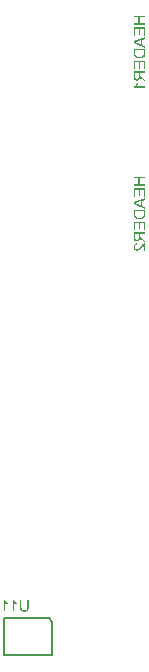
<source format=gbo>
G04*
G04 #@! TF.GenerationSoftware,Altium Limited,Altium Designer,20.1.12 (249)*
G04*
G04 Layer_Color=32896*
%FSLAX25Y25*%
%MOIN*%
G70*
G04*
G04 #@! TF.SameCoordinates,4A7F9F3E-6CFA-4FBA-8C7F-EFD49E1ADEB1*
G04*
G04*
G04 #@! TF.FilePolarity,Positive*
G04*
G01*
G75*
%ADD15C,0.00591*%
G36*
X1352035Y89223D02*
X1352096Y89134D01*
X1352168Y89045D01*
X1352235Y88967D01*
X1352302Y88901D01*
X1352351Y88845D01*
X1352374Y88829D01*
X1352390Y88812D01*
X1352396Y88806D01*
X1352401Y88801D01*
X1352518Y88707D01*
X1352635Y88618D01*
X1352746Y88540D01*
X1352857Y88479D01*
X1352951Y88424D01*
X1352990Y88401D01*
X1353023Y88385D01*
X1353051Y88368D01*
X1353073Y88362D01*
X1353084Y88351D01*
X1353090D01*
Y87896D01*
X1353006Y87930D01*
X1352923Y87968D01*
X1352840Y88007D01*
X1352762Y88046D01*
X1352695Y88079D01*
X1352640Y88107D01*
X1352607Y88129D01*
X1352601Y88135D01*
X1352596D01*
X1352496Y88196D01*
X1352407Y88257D01*
X1352329Y88313D01*
X1352268Y88362D01*
X1352213Y88401D01*
X1352179Y88435D01*
X1352152Y88457D01*
X1352146Y88462D01*
Y85460D01*
X1351674D01*
Y89317D01*
X1351980D01*
X1352035Y89223D01*
D02*
G37*
G36*
X1349049D02*
X1349110Y89134D01*
X1349182Y89045D01*
X1349249Y88967D01*
X1349316Y88901D01*
X1349366Y88845D01*
X1349388Y88829D01*
X1349404Y88812D01*
X1349410Y88806D01*
X1349415Y88801D01*
X1349532Y88707D01*
X1349649Y88618D01*
X1349760Y88540D01*
X1349871Y88479D01*
X1349965Y88424D01*
X1350004Y88401D01*
X1350037Y88385D01*
X1350065Y88368D01*
X1350087Y88362D01*
X1350098Y88351D01*
X1350104D01*
Y87896D01*
X1350020Y87930D01*
X1349937Y87968D01*
X1349854Y88007D01*
X1349776Y88046D01*
X1349710Y88079D01*
X1349654Y88107D01*
X1349621Y88129D01*
X1349615Y88135D01*
X1349610D01*
X1349510Y88196D01*
X1349421Y88257D01*
X1349343Y88313D01*
X1349282Y88362D01*
X1349227Y88401D01*
X1349193Y88435D01*
X1349166Y88457D01*
X1349160Y88462D01*
Y85460D01*
X1348688D01*
Y89317D01*
X1348994D01*
X1349049Y89223D01*
D02*
G37*
G36*
X1357124Y87080D02*
Y86969D01*
X1357119Y86864D01*
X1357113Y86764D01*
X1357102Y86670D01*
X1357091Y86586D01*
X1357080Y86509D01*
X1357063Y86437D01*
X1357052Y86370D01*
X1357041Y86309D01*
X1357024Y86259D01*
X1357013Y86215D01*
X1357002Y86181D01*
X1356991Y86154D01*
X1356986Y86131D01*
X1356980Y86120D01*
Y86115D01*
X1356919Y85993D01*
X1356841Y85882D01*
X1356764Y85793D01*
X1356680Y85715D01*
X1356608Y85654D01*
X1356547Y85610D01*
X1356525Y85599D01*
X1356508Y85588D01*
X1356497Y85576D01*
X1356492D01*
X1356353Y85515D01*
X1356209Y85471D01*
X1356059Y85438D01*
X1355920Y85415D01*
X1355859Y85410D01*
X1355798Y85404D01*
X1355742Y85399D01*
X1355698D01*
X1355659Y85393D01*
X1355609D01*
X1355410Y85404D01*
X1355321Y85415D01*
X1355237Y85426D01*
X1355154Y85443D01*
X1355082Y85460D01*
X1355015Y85476D01*
X1354954Y85499D01*
X1354899Y85521D01*
X1354854Y85537D01*
X1354810Y85554D01*
X1354777Y85571D01*
X1354749Y85588D01*
X1354732Y85593D01*
X1354721Y85604D01*
X1354716D01*
X1354594Y85687D01*
X1354494Y85782D01*
X1354416Y85871D01*
X1354349Y85959D01*
X1354300Y86037D01*
X1354266Y86098D01*
X1354255Y86120D01*
X1354244Y86137D01*
X1354238Y86148D01*
Y86154D01*
X1354216Y86220D01*
X1354194Y86292D01*
X1354161Y86442D01*
X1354138Y86598D01*
X1354122Y86747D01*
X1354116Y86814D01*
X1354111Y86881D01*
Y86936D01*
X1354105Y86986D01*
Y87025D01*
Y87053D01*
Y87075D01*
Y87080D01*
Y89301D01*
X1354616D01*
Y87080D01*
Y86953D01*
X1354627Y86831D01*
X1354638Y86725D01*
X1354655Y86625D01*
X1354671Y86537D01*
X1354694Y86453D01*
X1354710Y86381D01*
X1354732Y86320D01*
X1354755Y86270D01*
X1354777Y86220D01*
X1354799Y86187D01*
X1354816Y86154D01*
X1354832Y86131D01*
X1354843Y86115D01*
X1354849Y86109D01*
X1354854Y86104D01*
X1354904Y86059D01*
X1354960Y86020D01*
X1355082Y85959D01*
X1355210Y85915D01*
X1355343Y85887D01*
X1355465Y85865D01*
X1355515Y85860D01*
X1355565D01*
X1355598Y85854D01*
X1355654D01*
X1355770Y85860D01*
X1355876Y85876D01*
X1355976Y85893D01*
X1356053Y85921D01*
X1356120Y85943D01*
X1356170Y85959D01*
X1356198Y85976D01*
X1356209Y85982D01*
X1356286Y86032D01*
X1356353Y86093D01*
X1356409Y86154D01*
X1356447Y86209D01*
X1356481Y86265D01*
X1356508Y86303D01*
X1356520Y86331D01*
X1356525Y86342D01*
X1356542Y86392D01*
X1356553Y86442D01*
X1356575Y86559D01*
X1356592Y86681D01*
X1356603Y86803D01*
X1356608Y86908D01*
Y86958D01*
X1356614Y86997D01*
Y87031D01*
Y87058D01*
Y87075D01*
Y87080D01*
Y89301D01*
X1357124D01*
Y87080D01*
D02*
G37*
G36*
X1395929Y229805D02*
X1394119D01*
Y227818D01*
X1395929D01*
Y227307D01*
X1392088D01*
Y227818D01*
X1393664D01*
Y229805D01*
X1392088D01*
Y230315D01*
X1395929D01*
Y229805D01*
D02*
G37*
G36*
Y223583D02*
X1395473D01*
Y225942D01*
X1394169D01*
Y223816D01*
X1393714D01*
Y225942D01*
X1392543D01*
Y223672D01*
X1392088D01*
Y226453D01*
X1395929D01*
Y223583D01*
D02*
G37*
G36*
Y222762D02*
X1394763Y222346D01*
Y220736D01*
X1395929Y220287D01*
Y219709D01*
X1392088Y221280D01*
Y221835D01*
X1395929Y223300D01*
Y222762D01*
D02*
G37*
G36*
Y217917D02*
X1395923Y217789D01*
X1395918Y217673D01*
X1395906Y217567D01*
X1395895Y217478D01*
X1395884Y217401D01*
X1395879Y217345D01*
X1395873Y217329D01*
X1395868Y217312D01*
Y217301D01*
X1395840Y217201D01*
X1395807Y217112D01*
X1395779Y217034D01*
X1395745Y216968D01*
X1395718Y216912D01*
X1395695Y216873D01*
X1395679Y216851D01*
X1395673Y216840D01*
X1395623Y216768D01*
X1395562Y216707D01*
X1395507Y216646D01*
X1395451Y216596D01*
X1395401Y216551D01*
X1395362Y216518D01*
X1395335Y216496D01*
X1395324Y216490D01*
X1395235Y216435D01*
X1395140Y216379D01*
X1395052Y216335D01*
X1394963Y216302D01*
X1394885Y216268D01*
X1394824Y216246D01*
X1394802Y216241D01*
X1394785Y216235D01*
X1394774Y216230D01*
X1394769D01*
X1394635Y216196D01*
X1394502Y216168D01*
X1394375Y216152D01*
X1394252Y216135D01*
X1394147Y216130D01*
X1394103D01*
X1394064Y216124D01*
X1394036D01*
X1394008D01*
X1393997D01*
X1393992D01*
X1393803Y216130D01*
X1393631Y216146D01*
X1393476Y216174D01*
X1393403Y216185D01*
X1393342Y216202D01*
X1393281Y216218D01*
X1393231Y216230D01*
X1393187Y216241D01*
X1393148Y216257D01*
X1393115Y216263D01*
X1393093Y216274D01*
X1393081Y216280D01*
X1393076D01*
X1392932Y216340D01*
X1392804Y216413D01*
X1392693Y216490D01*
X1392599Y216563D01*
X1392521Y216629D01*
X1392465Y216685D01*
X1392449Y216707D01*
X1392432Y216723D01*
X1392427Y216729D01*
X1392421Y216735D01*
X1392349Y216823D01*
X1392293Y216918D01*
X1392243Y217012D01*
X1392205Y217101D01*
X1392177Y217179D01*
X1392160Y217240D01*
X1392149Y217262D01*
Y217279D01*
X1392144Y217290D01*
Y217295D01*
X1392127Y217389D01*
X1392110Y217500D01*
X1392099Y217612D01*
X1392094Y217723D01*
X1392088Y217822D01*
Y219299D01*
X1395929D01*
Y217917D01*
D02*
G37*
G36*
Y212550D02*
X1395473D01*
Y214909D01*
X1394169D01*
Y212783D01*
X1393714D01*
Y214909D01*
X1392543D01*
Y212639D01*
X1392088D01*
Y215419D01*
X1395929D01*
Y212550D01*
D02*
G37*
G36*
Y211329D02*
X1394225D01*
Y210674D01*
X1394230Y210613D01*
Y210569D01*
X1394236Y210530D01*
X1394241Y210502D01*
Y210480D01*
X1394247Y210469D01*
Y210463D01*
X1394275Y210374D01*
X1394291Y210335D01*
X1394308Y210302D01*
X1394325Y210269D01*
X1394336Y210247D01*
X1394341Y210236D01*
X1394347Y210230D01*
X1394380Y210186D01*
X1394419Y210141D01*
X1394502Y210058D01*
X1394541Y210019D01*
X1394574Y209991D01*
X1394597Y209975D01*
X1394602Y209969D01*
X1394680Y209914D01*
X1394763Y209853D01*
X1394852Y209792D01*
X1394935Y209731D01*
X1395013Y209681D01*
X1395074Y209642D01*
X1395096Y209625D01*
X1395113Y209614D01*
X1395124Y209603D01*
X1395129D01*
X1395929Y209098D01*
Y208465D01*
X1394885Y209126D01*
X1394774Y209203D01*
X1394674Y209275D01*
X1394591Y209348D01*
X1394513Y209409D01*
X1394458Y209464D01*
X1394413Y209508D01*
X1394386Y209536D01*
X1394375Y209547D01*
X1394341Y209592D01*
X1394302Y209642D01*
X1394241Y209742D01*
X1394219Y209786D01*
X1394197Y209819D01*
X1394186Y209841D01*
X1394180Y209853D01*
X1394164Y209753D01*
X1394147Y209658D01*
X1394119Y209575D01*
X1394097Y209492D01*
X1394069Y209420D01*
X1394036Y209353D01*
X1394008Y209292D01*
X1393981Y209237D01*
X1393947Y209192D01*
X1393919Y209148D01*
X1393897Y209114D01*
X1393875Y209087D01*
X1393859Y209065D01*
X1393842Y209048D01*
X1393836Y209042D01*
X1393831Y209037D01*
X1393775Y208992D01*
X1393720Y208948D01*
X1393603Y208881D01*
X1393487Y208837D01*
X1393376Y208804D01*
X1393281Y208781D01*
X1393242Y208776D01*
X1393204D01*
X1393176Y208770D01*
X1393154D01*
X1393143D01*
X1393137D01*
X1393020Y208776D01*
X1392915Y208792D01*
X1392815Y208820D01*
X1392732Y208848D01*
X1392660Y208881D01*
X1392604Y208904D01*
X1392571Y208926D01*
X1392565Y208931D01*
X1392560D01*
X1392471Y208998D01*
X1392393Y209065D01*
X1392327Y209137D01*
X1392277Y209203D01*
X1392238Y209264D01*
X1392216Y209314D01*
X1392199Y209348D01*
X1392194Y209353D01*
Y209359D01*
X1392177Y209409D01*
X1392160Y209470D01*
X1392132Y209592D01*
X1392116Y209725D01*
X1392099Y209847D01*
X1392094Y209964D01*
Y210014D01*
X1392088Y210058D01*
Y211840D01*
X1395929D01*
Y211329D01*
D02*
G37*
G36*
Y205684D02*
X1395473D01*
Y207577D01*
X1395379Y207510D01*
X1395340Y207477D01*
X1395302Y207449D01*
X1395268Y207422D01*
X1395246Y207400D01*
X1395229Y207383D01*
X1395224Y207377D01*
X1395196Y207349D01*
X1395168Y207316D01*
X1395096Y207239D01*
X1395013Y207150D01*
X1394930Y207055D01*
X1394858Y206967D01*
X1394824Y206928D01*
X1394791Y206894D01*
X1394769Y206867D01*
X1394752Y206844D01*
X1394741Y206833D01*
X1394735Y206828D01*
X1394658Y206739D01*
X1394586Y206650D01*
X1394513Y206573D01*
X1394452Y206500D01*
X1394391Y206434D01*
X1394336Y206378D01*
X1394286Y206323D01*
X1394241Y206278D01*
X1394197Y206234D01*
X1394164Y206201D01*
X1394136Y206173D01*
X1394108Y206145D01*
X1394075Y206118D01*
X1394064Y206106D01*
X1393970Y206029D01*
X1393886Y205962D01*
X1393803Y205907D01*
X1393736Y205862D01*
X1393675Y205829D01*
X1393631Y205807D01*
X1393603Y205796D01*
X1393592Y205790D01*
X1393509Y205757D01*
X1393426Y205734D01*
X1393348Y205712D01*
X1393281Y205701D01*
X1393220Y205696D01*
X1393176Y205690D01*
X1393148D01*
X1393137D01*
X1393054Y205696D01*
X1392976Y205707D01*
X1392898Y205718D01*
X1392832Y205740D01*
X1392698Y205796D01*
X1392593Y205851D01*
X1392543Y205884D01*
X1392504Y205912D01*
X1392465Y205940D01*
X1392438Y205968D01*
X1392416Y205990D01*
X1392393Y206001D01*
X1392388Y206012D01*
X1392382Y206017D01*
X1392327Y206079D01*
X1392277Y206145D01*
X1392238Y206217D01*
X1392205Y206290D01*
X1392149Y206434D01*
X1392110Y206578D01*
X1392099Y206639D01*
X1392088Y206700D01*
X1392083Y206756D01*
X1392077Y206800D01*
X1392071Y206839D01*
Y206894D01*
X1392077Y206994D01*
X1392083Y207089D01*
X1392099Y207177D01*
X1392116Y207261D01*
X1392138Y207339D01*
X1392160Y207411D01*
X1392188Y207477D01*
X1392216Y207538D01*
X1392243Y207594D01*
X1392271Y207638D01*
X1392293Y207677D01*
X1392316Y207710D01*
X1392332Y207738D01*
X1392349Y207755D01*
X1392354Y207766D01*
X1392360Y207771D01*
X1392416Y207827D01*
X1392476Y207877D01*
X1392543Y207927D01*
X1392610Y207966D01*
X1392743Y208032D01*
X1392876Y208077D01*
X1392937Y208093D01*
X1392998Y208110D01*
X1393048Y208121D01*
X1393093Y208132D01*
X1393131Y208138D01*
X1393159D01*
X1393176Y208143D01*
X1393181D01*
X1393231Y207660D01*
X1393104Y207649D01*
X1392993Y207627D01*
X1392893Y207594D01*
X1392815Y207555D01*
X1392749Y207522D01*
X1392704Y207488D01*
X1392676Y207466D01*
X1392665Y207455D01*
X1392599Y207372D01*
X1392549Y207283D01*
X1392510Y207189D01*
X1392488Y207105D01*
X1392471Y207028D01*
X1392465Y206961D01*
X1392460Y206939D01*
Y206906D01*
X1392465Y206789D01*
X1392488Y206684D01*
X1392521Y206595D01*
X1392554Y206517D01*
X1392593Y206456D01*
X1392621Y206417D01*
X1392643Y206389D01*
X1392654Y206378D01*
X1392732Y206312D01*
X1392809Y206262D01*
X1392887Y206223D01*
X1392965Y206201D01*
X1393026Y206184D01*
X1393081Y206178D01*
X1393115Y206173D01*
X1393120D01*
X1393126D01*
X1393226Y206184D01*
X1393331Y206206D01*
X1393426Y206245D01*
X1393514Y206284D01*
X1393587Y206328D01*
X1393648Y206367D01*
X1393670Y206378D01*
X1393686Y206389D01*
X1393692Y206400D01*
X1393697D01*
X1393759Y206445D01*
X1393820Y206500D01*
X1393886Y206561D01*
X1393953Y206628D01*
X1394086Y206767D01*
X1394219Y206906D01*
X1394280Y206978D01*
X1394336Y207039D01*
X1394386Y207100D01*
X1394430Y207150D01*
X1394463Y207189D01*
X1394491Y207222D01*
X1394508Y207244D01*
X1394513Y207250D01*
X1394630Y207388D01*
X1394741Y207516D01*
X1394841Y207622D01*
X1394924Y207705D01*
X1394996Y207777D01*
X1395046Y207827D01*
X1395080Y207855D01*
X1395085Y207866D01*
X1395091D01*
X1395185Y207943D01*
X1395274Y208004D01*
X1395362Y208060D01*
X1395440Y208104D01*
X1395507Y208138D01*
X1395557Y208160D01*
X1395590Y208171D01*
X1395596Y208176D01*
X1395601D01*
X1395662Y208199D01*
X1395718Y208210D01*
X1395773Y208221D01*
X1395823Y208226D01*
X1395868Y208232D01*
X1395901D01*
X1395923D01*
X1395929D01*
Y205684D01*
D02*
G37*
G36*
Y283452D02*
X1394119D01*
Y281466D01*
X1395929D01*
Y280955D01*
X1392088D01*
Y281466D01*
X1393664D01*
Y283452D01*
X1392088D01*
Y283963D01*
X1395929D01*
Y283452D01*
D02*
G37*
G36*
Y277231D02*
X1395473D01*
Y279590D01*
X1394169D01*
Y277464D01*
X1393714D01*
Y279590D01*
X1392543D01*
Y277320D01*
X1392088D01*
Y280100D01*
X1395929D01*
Y277231D01*
D02*
G37*
G36*
Y276410D02*
X1394763Y275993D01*
Y274384D01*
X1395929Y273934D01*
Y273357D01*
X1392088Y274928D01*
Y275483D01*
X1395929Y276948D01*
Y276410D01*
D02*
G37*
G36*
Y271564D02*
X1395923Y271437D01*
X1395918Y271320D01*
X1395906Y271215D01*
X1395895Y271126D01*
X1395884Y271048D01*
X1395879Y270993D01*
X1395873Y270976D01*
X1395868Y270959D01*
Y270948D01*
X1395840Y270848D01*
X1395807Y270760D01*
X1395779Y270682D01*
X1395745Y270615D01*
X1395718Y270560D01*
X1395695Y270521D01*
X1395679Y270499D01*
X1395673Y270488D01*
X1395623Y270415D01*
X1395562Y270354D01*
X1395507Y270293D01*
X1395451Y270243D01*
X1395401Y270199D01*
X1395362Y270166D01*
X1395335Y270144D01*
X1395324Y270138D01*
X1395235Y270082D01*
X1395140Y270027D01*
X1395052Y269983D01*
X1394963Y269949D01*
X1394885Y269916D01*
X1394824Y269894D01*
X1394802Y269888D01*
X1394785Y269883D01*
X1394774Y269877D01*
X1394769D01*
X1394635Y269844D01*
X1394502Y269816D01*
X1394375Y269799D01*
X1394252Y269783D01*
X1394147Y269777D01*
X1394103D01*
X1394064Y269772D01*
X1394036D01*
X1394008D01*
X1393997D01*
X1393992D01*
X1393803Y269777D01*
X1393631Y269794D01*
X1393476Y269822D01*
X1393403Y269833D01*
X1393342Y269849D01*
X1393281Y269866D01*
X1393231Y269877D01*
X1393187Y269888D01*
X1393148Y269905D01*
X1393115Y269910D01*
X1393093Y269921D01*
X1393081Y269927D01*
X1393076D01*
X1392932Y269988D01*
X1392804Y270060D01*
X1392693Y270138D01*
X1392599Y270210D01*
X1392521Y270277D01*
X1392465Y270332D01*
X1392449Y270354D01*
X1392432Y270371D01*
X1392427Y270377D01*
X1392421Y270382D01*
X1392349Y270471D01*
X1392293Y270565D01*
X1392243Y270660D01*
X1392205Y270748D01*
X1392177Y270826D01*
X1392160Y270887D01*
X1392149Y270909D01*
Y270926D01*
X1392144Y270937D01*
Y270943D01*
X1392127Y271037D01*
X1392110Y271148D01*
X1392099Y271259D01*
X1392094Y271370D01*
X1392088Y271470D01*
Y272946D01*
X1395929D01*
Y271564D01*
D02*
G37*
G36*
Y266197D02*
X1395473D01*
Y268556D01*
X1394169D01*
Y266431D01*
X1393714D01*
Y268556D01*
X1392543D01*
Y266286D01*
X1392088D01*
Y269067D01*
X1395929D01*
Y266197D01*
D02*
G37*
G36*
Y264977D02*
X1394225D01*
Y264322D01*
X1394230Y264261D01*
Y264216D01*
X1394236Y264177D01*
X1394241Y264149D01*
Y264127D01*
X1394247Y264116D01*
Y264111D01*
X1394275Y264022D01*
X1394291Y263983D01*
X1394308Y263950D01*
X1394325Y263916D01*
X1394336Y263894D01*
X1394341Y263883D01*
X1394347Y263878D01*
X1394380Y263833D01*
X1394419Y263789D01*
X1394502Y263705D01*
X1394541Y263667D01*
X1394574Y263639D01*
X1394597Y263622D01*
X1394602Y263617D01*
X1394680Y263561D01*
X1394763Y263500D01*
X1394852Y263439D01*
X1394935Y263378D01*
X1395013Y263328D01*
X1395074Y263289D01*
X1395096Y263273D01*
X1395113Y263262D01*
X1395124Y263250D01*
X1395129D01*
X1395929Y262745D01*
Y262113D01*
X1394885Y262773D01*
X1394774Y262851D01*
X1394674Y262923D01*
X1394591Y262995D01*
X1394513Y263056D01*
X1394458Y263112D01*
X1394413Y263156D01*
X1394386Y263184D01*
X1394375Y263195D01*
X1394341Y263239D01*
X1394302Y263289D01*
X1394241Y263389D01*
X1394219Y263434D01*
X1394197Y263467D01*
X1394186Y263489D01*
X1394180Y263500D01*
X1394164Y263400D01*
X1394147Y263306D01*
X1394119Y263223D01*
X1394097Y263139D01*
X1394069Y263067D01*
X1394036Y263001D01*
X1394008Y262940D01*
X1393981Y262884D01*
X1393947Y262840D01*
X1393919Y262795D01*
X1393897Y262762D01*
X1393875Y262734D01*
X1393859Y262712D01*
X1393842Y262695D01*
X1393836Y262690D01*
X1393831Y262684D01*
X1393775Y262640D01*
X1393720Y262596D01*
X1393603Y262529D01*
X1393487Y262485D01*
X1393376Y262451D01*
X1393281Y262429D01*
X1393242Y262423D01*
X1393204D01*
X1393176Y262418D01*
X1393154D01*
X1393143D01*
X1393137D01*
X1393020Y262423D01*
X1392915Y262440D01*
X1392815Y262468D01*
X1392732Y262496D01*
X1392660Y262529D01*
X1392604Y262551D01*
X1392571Y262573D01*
X1392565Y262579D01*
X1392560D01*
X1392471Y262646D01*
X1392393Y262712D01*
X1392327Y262784D01*
X1392277Y262851D01*
X1392238Y262912D01*
X1392216Y262962D01*
X1392199Y262995D01*
X1392194Y263001D01*
Y263006D01*
X1392177Y263056D01*
X1392160Y263117D01*
X1392132Y263239D01*
X1392116Y263372D01*
X1392099Y263495D01*
X1392094Y263611D01*
Y263661D01*
X1392088Y263705D01*
Y265487D01*
X1395929D01*
Y264977D01*
D02*
G37*
G36*
X1393459Y261369D02*
X1393420Y261286D01*
X1393381Y261203D01*
X1393342Y261125D01*
X1393309Y261058D01*
X1393281Y261003D01*
X1393259Y260969D01*
X1393254Y260964D01*
Y260958D01*
X1393192Y260858D01*
X1393131Y260770D01*
X1393076Y260692D01*
X1393026Y260631D01*
X1392987Y260575D01*
X1392954Y260542D01*
X1392932Y260514D01*
X1392926Y260509D01*
X1395929D01*
Y260037D01*
X1392071D01*
Y260342D01*
X1392166Y260398D01*
X1392255Y260459D01*
X1392343Y260531D01*
X1392421Y260597D01*
X1392488Y260664D01*
X1392543Y260714D01*
X1392560Y260736D01*
X1392576Y260753D01*
X1392582Y260758D01*
X1392587Y260764D01*
X1392682Y260881D01*
X1392771Y260997D01*
X1392848Y261108D01*
X1392909Y261219D01*
X1392965Y261314D01*
X1392987Y261352D01*
X1393004Y261386D01*
X1393020Y261413D01*
X1393026Y261436D01*
X1393037Y261447D01*
Y261452D01*
X1393492D01*
X1393459Y261369D01*
D02*
G37*
%LPC*%
G36*
X1394347Y222196D02*
X1393226Y221780D01*
X1393087Y221730D01*
X1392954Y221691D01*
X1392832Y221652D01*
X1392721Y221624D01*
X1392626Y221602D01*
X1392587Y221591D01*
X1392549Y221585D01*
X1392527Y221574D01*
X1392504D01*
X1392493Y221569D01*
X1392488D01*
X1392615Y221530D01*
X1392749Y221485D01*
X1392882Y221441D01*
X1393009Y221397D01*
X1393065Y221374D01*
X1393120Y221358D01*
X1393170Y221341D01*
X1393209Y221324D01*
X1393242Y221313D01*
X1393270Y221302D01*
X1393287Y221297D01*
X1393292D01*
X1394347Y220897D01*
Y222196D01*
D02*
G37*
G36*
X1395473Y218788D02*
X1392543D01*
Y217900D01*
X1392549Y217828D01*
Y217756D01*
X1392554Y217689D01*
X1392571Y217578D01*
X1392582Y217489D01*
X1392599Y217417D01*
X1392615Y217367D01*
X1392621Y217340D01*
X1392626Y217329D01*
X1392676Y217229D01*
X1392737Y217134D01*
X1392809Y217051D01*
X1392882Y216979D01*
X1392948Y216923D01*
X1393004Y216879D01*
X1393026Y216868D01*
X1393043Y216857D01*
X1393054Y216846D01*
X1393059D01*
X1393120Y216812D01*
X1393192Y216779D01*
X1393337Y216729D01*
X1393492Y216696D01*
X1393642Y216668D01*
X1393709Y216662D01*
X1393775Y216657D01*
X1393831Y216651D01*
X1393881D01*
X1393925Y216646D01*
X1393953D01*
X1393975D01*
X1393981D01*
X1394136Y216651D01*
X1394280Y216662D01*
X1394408Y216679D01*
X1394519Y216696D01*
X1394563Y216707D01*
X1394602Y216718D01*
X1394641Y216729D01*
X1394669Y216735D01*
X1394691Y216740D01*
X1394708Y216746D01*
X1394719Y216751D01*
X1394724D01*
X1394830Y216790D01*
X1394924Y216834D01*
X1395007Y216884D01*
X1395080Y216929D01*
X1395135Y216968D01*
X1395174Y217001D01*
X1395196Y217023D01*
X1395207Y217029D01*
X1395251Y217084D01*
X1395290Y217140D01*
X1395324Y217195D01*
X1395357Y217251D01*
X1395379Y217301D01*
X1395396Y217340D01*
X1395401Y217367D01*
X1395407Y217378D01*
X1395429Y217462D01*
X1395446Y217562D01*
X1395457Y217661D01*
X1395462Y217756D01*
X1395468Y217839D01*
X1395473Y217878D01*
Y218788D01*
D02*
G37*
G36*
X1393786Y211329D02*
X1392515D01*
Y210119D01*
X1392521Y209969D01*
X1392543Y209841D01*
X1392571Y209731D01*
X1392604Y209647D01*
X1392638Y209575D01*
X1392665Y209531D01*
X1392687Y209503D01*
X1392693Y209492D01*
X1392765Y209425D01*
X1392837Y209375D01*
X1392915Y209342D01*
X1392982Y209314D01*
X1393048Y209303D01*
X1393098Y209298D01*
X1393131Y209292D01*
X1393137D01*
X1393143D01*
X1393209Y209298D01*
X1393276Y209309D01*
X1393331Y209325D01*
X1393381Y209342D01*
X1393426Y209364D01*
X1393459Y209381D01*
X1393481Y209392D01*
X1393487Y209398D01*
X1393542Y209436D01*
X1393592Y209486D01*
X1393631Y209536D01*
X1393664Y209586D01*
X1393686Y209631D01*
X1393703Y209664D01*
X1393714Y209686D01*
X1393720Y209697D01*
X1393742Y209775D01*
X1393759Y209864D01*
X1393770Y209952D01*
X1393775Y210041D01*
X1393781Y210119D01*
X1393786Y210186D01*
Y211329D01*
D02*
G37*
G36*
X1394347Y275843D02*
X1393226Y275427D01*
X1393087Y275377D01*
X1392954Y275338D01*
X1392832Y275300D01*
X1392721Y275272D01*
X1392626Y275250D01*
X1392587Y275238D01*
X1392549Y275233D01*
X1392527Y275222D01*
X1392504D01*
X1392493Y275216D01*
X1392488D01*
X1392615Y275177D01*
X1392749Y275133D01*
X1392882Y275089D01*
X1393009Y275044D01*
X1393065Y275022D01*
X1393120Y275005D01*
X1393170Y274989D01*
X1393209Y274972D01*
X1393242Y274961D01*
X1393270Y274950D01*
X1393287Y274944D01*
X1393292D01*
X1394347Y274545D01*
Y275843D01*
D02*
G37*
G36*
X1395473Y272436D02*
X1392543D01*
Y271548D01*
X1392549Y271476D01*
Y271403D01*
X1392554Y271337D01*
X1392571Y271226D01*
X1392582Y271137D01*
X1392599Y271065D01*
X1392615Y271015D01*
X1392621Y270987D01*
X1392626Y270976D01*
X1392676Y270876D01*
X1392737Y270782D01*
X1392809Y270698D01*
X1392882Y270626D01*
X1392948Y270571D01*
X1393004Y270527D01*
X1393026Y270515D01*
X1393043Y270504D01*
X1393054Y270493D01*
X1393059D01*
X1393120Y270460D01*
X1393192Y270427D01*
X1393337Y270377D01*
X1393492Y270343D01*
X1393642Y270316D01*
X1393709Y270310D01*
X1393775Y270304D01*
X1393831Y270299D01*
X1393881D01*
X1393925Y270293D01*
X1393953D01*
X1393975D01*
X1393981D01*
X1394136Y270299D01*
X1394280Y270310D01*
X1394408Y270327D01*
X1394519Y270343D01*
X1394563Y270354D01*
X1394602Y270366D01*
X1394641Y270377D01*
X1394669Y270382D01*
X1394691Y270388D01*
X1394708Y270393D01*
X1394719Y270399D01*
X1394724D01*
X1394830Y270438D01*
X1394924Y270482D01*
X1395007Y270532D01*
X1395080Y270576D01*
X1395135Y270615D01*
X1395174Y270649D01*
X1395196Y270671D01*
X1395207Y270676D01*
X1395251Y270732D01*
X1395290Y270787D01*
X1395324Y270843D01*
X1395357Y270898D01*
X1395379Y270948D01*
X1395396Y270987D01*
X1395401Y271015D01*
X1395407Y271026D01*
X1395429Y271109D01*
X1395446Y271209D01*
X1395457Y271309D01*
X1395462Y271403D01*
X1395468Y271487D01*
X1395473Y271526D01*
Y272436D01*
D02*
G37*
G36*
X1393786Y264977D02*
X1392515D01*
Y263767D01*
X1392521Y263617D01*
X1392543Y263489D01*
X1392571Y263378D01*
X1392604Y263295D01*
X1392638Y263223D01*
X1392665Y263178D01*
X1392687Y263151D01*
X1392693Y263139D01*
X1392765Y263073D01*
X1392837Y263023D01*
X1392915Y262990D01*
X1392982Y262962D01*
X1393048Y262951D01*
X1393098Y262945D01*
X1393131Y262940D01*
X1393137D01*
X1393143D01*
X1393209Y262945D01*
X1393276Y262956D01*
X1393331Y262973D01*
X1393381Y262990D01*
X1393426Y263012D01*
X1393459Y263028D01*
X1393481Y263039D01*
X1393487Y263045D01*
X1393542Y263084D01*
X1393592Y263134D01*
X1393631Y263184D01*
X1393664Y263234D01*
X1393686Y263278D01*
X1393703Y263312D01*
X1393714Y263334D01*
X1393720Y263345D01*
X1393742Y263422D01*
X1393759Y263511D01*
X1393770Y263600D01*
X1393775Y263689D01*
X1393781Y263767D01*
X1393786Y263833D01*
Y264977D01*
D02*
G37*
%LPD*%
D15*
X1349000Y70898D02*
X1365000D01*
X1349000D02*
Y83102D01*
X1363898D01*
X1365000Y82000D01*
Y70898D02*
Y82000D01*
M02*

</source>
